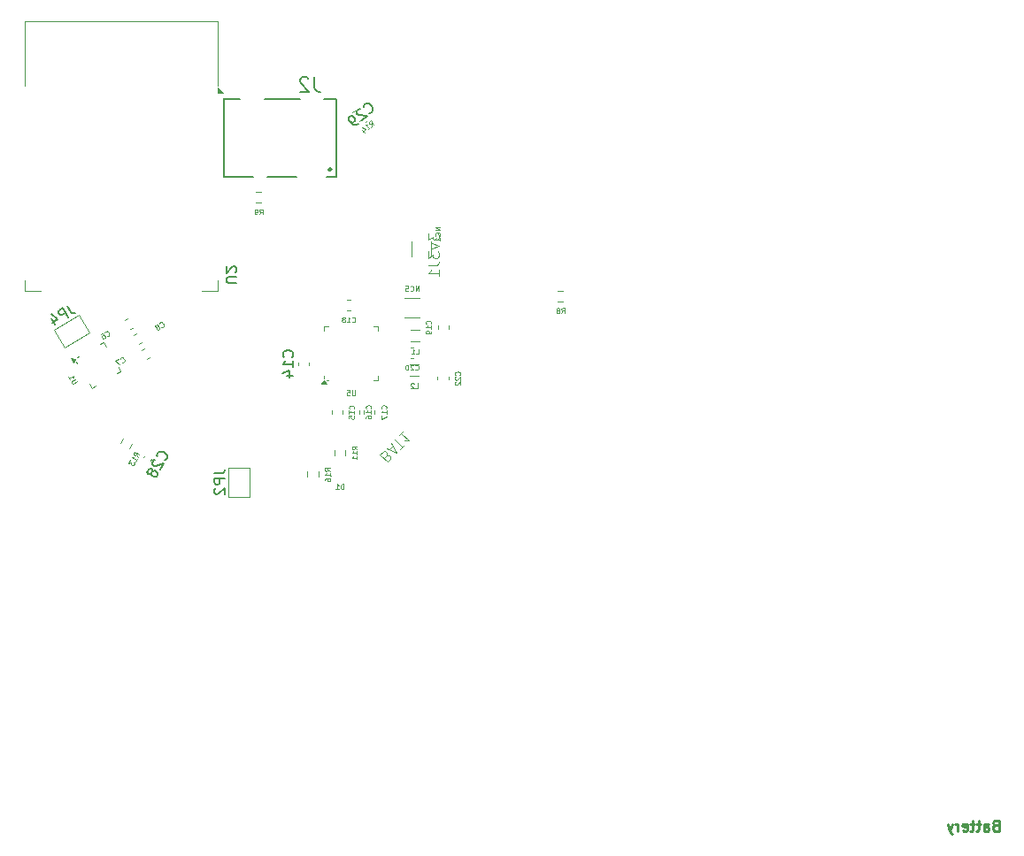
<source format=gbr>
%TF.GenerationSoftware,KiCad,Pcbnew,8.0.5*%
%TF.CreationDate,2025-01-06T18:17:11+01:00*%
%TF.ProjectId,test,74657374-2e6b-4696-9361-645f70636258,rev?*%
%TF.SameCoordinates,Original*%
%TF.FileFunction,Legend,Bot*%
%TF.FilePolarity,Positive*%
%FSLAX46Y46*%
G04 Gerber Fmt 4.6, Leading zero omitted, Abs format (unit mm)*
G04 Created by KiCad (PCBNEW 8.0.5) date 2025-01-06 18:17:11*
%MOMM*%
%LPD*%
G01*
G04 APERTURE LIST*
%ADD10C,0.250000*%
%ADD11C,0.150000*%
%ADD12C,0.125000*%
%ADD13C,0.100000*%
%ADD14C,0.120000*%
%ADD15C,0.127000*%
%ADD16C,0.240000*%
G04 APERTURE END LIST*
D10*
X157597698Y-108590009D02*
X157454841Y-108637628D01*
X157454841Y-108637628D02*
X157407222Y-108685247D01*
X157407222Y-108685247D02*
X157359603Y-108780485D01*
X157359603Y-108780485D02*
X157359603Y-108923342D01*
X157359603Y-108923342D02*
X157407222Y-109018580D01*
X157407222Y-109018580D02*
X157454841Y-109066200D01*
X157454841Y-109066200D02*
X157550079Y-109113819D01*
X157550079Y-109113819D02*
X157931031Y-109113819D01*
X157931031Y-109113819D02*
X157931031Y-108113819D01*
X157931031Y-108113819D02*
X157597698Y-108113819D01*
X157597698Y-108113819D02*
X157502460Y-108161438D01*
X157502460Y-108161438D02*
X157454841Y-108209057D01*
X157454841Y-108209057D02*
X157407222Y-108304295D01*
X157407222Y-108304295D02*
X157407222Y-108399533D01*
X157407222Y-108399533D02*
X157454841Y-108494771D01*
X157454841Y-108494771D02*
X157502460Y-108542390D01*
X157502460Y-108542390D02*
X157597698Y-108590009D01*
X157597698Y-108590009D02*
X157931031Y-108590009D01*
X156502460Y-109113819D02*
X156502460Y-108590009D01*
X156502460Y-108590009D02*
X156550079Y-108494771D01*
X156550079Y-108494771D02*
X156645317Y-108447152D01*
X156645317Y-108447152D02*
X156835793Y-108447152D01*
X156835793Y-108447152D02*
X156931031Y-108494771D01*
X156502460Y-109066200D02*
X156597698Y-109113819D01*
X156597698Y-109113819D02*
X156835793Y-109113819D01*
X156835793Y-109113819D02*
X156931031Y-109066200D01*
X156931031Y-109066200D02*
X156978650Y-108970961D01*
X156978650Y-108970961D02*
X156978650Y-108875723D01*
X156978650Y-108875723D02*
X156931031Y-108780485D01*
X156931031Y-108780485D02*
X156835793Y-108732866D01*
X156835793Y-108732866D02*
X156597698Y-108732866D01*
X156597698Y-108732866D02*
X156502460Y-108685247D01*
X156169126Y-108447152D02*
X155788174Y-108447152D01*
X156026269Y-108113819D02*
X156026269Y-108970961D01*
X156026269Y-108970961D02*
X155978650Y-109066200D01*
X155978650Y-109066200D02*
X155883412Y-109113819D01*
X155883412Y-109113819D02*
X155788174Y-109113819D01*
X155597697Y-108447152D02*
X155216745Y-108447152D01*
X155454840Y-108113819D02*
X155454840Y-108970961D01*
X155454840Y-108970961D02*
X155407221Y-109066200D01*
X155407221Y-109066200D02*
X155311983Y-109113819D01*
X155311983Y-109113819D02*
X155216745Y-109113819D01*
X154502459Y-109066200D02*
X154597697Y-109113819D01*
X154597697Y-109113819D02*
X154788173Y-109113819D01*
X154788173Y-109113819D02*
X154883411Y-109066200D01*
X154883411Y-109066200D02*
X154931030Y-108970961D01*
X154931030Y-108970961D02*
X154931030Y-108590009D01*
X154931030Y-108590009D02*
X154883411Y-108494771D01*
X154883411Y-108494771D02*
X154788173Y-108447152D01*
X154788173Y-108447152D02*
X154597697Y-108447152D01*
X154597697Y-108447152D02*
X154502459Y-108494771D01*
X154502459Y-108494771D02*
X154454840Y-108590009D01*
X154454840Y-108590009D02*
X154454840Y-108685247D01*
X154454840Y-108685247D02*
X154931030Y-108780485D01*
X154026268Y-109113819D02*
X154026268Y-108447152D01*
X154026268Y-108637628D02*
X153978649Y-108542390D01*
X153978649Y-108542390D02*
X153931030Y-108494771D01*
X153931030Y-108494771D02*
X153835792Y-108447152D01*
X153835792Y-108447152D02*
X153740554Y-108447152D01*
X153502458Y-108447152D02*
X153264363Y-109113819D01*
X153026268Y-108447152D02*
X153264363Y-109113819D01*
X153264363Y-109113819D02*
X153359601Y-109351914D01*
X153359601Y-109351914D02*
X153407220Y-109399533D01*
X153407220Y-109399533D02*
X153502458Y-109447152D01*
D11*
X85022680Y-56648904D02*
X84213157Y-56648904D01*
X84213157Y-56648904D02*
X84117919Y-56601285D01*
X84117919Y-56601285D02*
X84070300Y-56553666D01*
X84070300Y-56553666D02*
X84022680Y-56458428D01*
X84022680Y-56458428D02*
X84022680Y-56267952D01*
X84022680Y-56267952D02*
X84070300Y-56172714D01*
X84070300Y-56172714D02*
X84117919Y-56125095D01*
X84117919Y-56125095D02*
X84213157Y-56077476D01*
X84213157Y-56077476D02*
X85022680Y-56077476D01*
X84927442Y-55648904D02*
X84975061Y-55601285D01*
X84975061Y-55601285D02*
X85022680Y-55506047D01*
X85022680Y-55506047D02*
X85022680Y-55267952D01*
X85022680Y-55267952D02*
X84975061Y-55172714D01*
X84975061Y-55172714D02*
X84927442Y-55125095D01*
X84927442Y-55125095D02*
X84832204Y-55077476D01*
X84832204Y-55077476D02*
X84736966Y-55077476D01*
X84736966Y-55077476D02*
X84594109Y-55125095D01*
X84594109Y-55125095D02*
X84022680Y-55696523D01*
X84022680Y-55696523D02*
X84022680Y-55077476D01*
D12*
X97934918Y-41658048D02*
X97909548Y-41368525D01*
X98153788Y-41474394D02*
X97832395Y-41091372D01*
X97832395Y-41091372D02*
X97686481Y-41213808D01*
X97686481Y-41213808D02*
X97665307Y-41262656D01*
X97665307Y-41262656D02*
X97662373Y-41296199D01*
X97662373Y-41296199D02*
X97674743Y-41347982D01*
X97674743Y-41347982D02*
X97720656Y-41402699D01*
X97720656Y-41402699D02*
X97769504Y-41423873D01*
X97769504Y-41423873D02*
X97803048Y-41426808D01*
X97803048Y-41426808D02*
X97854830Y-41414438D01*
X97854830Y-41414438D02*
X98000744Y-41292002D01*
X97570135Y-41964137D02*
X97789005Y-41780483D01*
X97679570Y-41872310D02*
X97358177Y-41489288D01*
X97358177Y-41489288D02*
X97440568Y-41513396D01*
X97440568Y-41513396D02*
X97507655Y-41519266D01*
X97507655Y-41519266D02*
X97559438Y-41506896D01*
X97027568Y-41984269D02*
X97241831Y-42239617D01*
X96996329Y-41761833D02*
X97317091Y-41958898D01*
X97317091Y-41958898D02*
X97079982Y-42157856D01*
D11*
X97675457Y-40390622D02*
X97742544Y-40396491D01*
X97742544Y-40396491D02*
X97882588Y-40341143D01*
X97882588Y-40341143D02*
X97955545Y-40279925D01*
X97955545Y-40279925D02*
X98034371Y-40151620D01*
X98034371Y-40151620D02*
X98046109Y-40017445D01*
X98046109Y-40017445D02*
X98021370Y-39913880D01*
X98021370Y-39913880D02*
X97935412Y-39737358D01*
X97935412Y-39737358D02*
X97843586Y-39627923D01*
X97843586Y-39627923D02*
X97684671Y-39512618D01*
X97684671Y-39512618D02*
X97586975Y-39470271D01*
X97586975Y-39470271D02*
X97452801Y-39458532D01*
X97452801Y-39458532D02*
X97312757Y-39513880D01*
X97312757Y-39513880D02*
X97239800Y-39575098D01*
X97239800Y-39575098D02*
X97160974Y-39703403D01*
X97160974Y-39703403D02*
X97155105Y-39770491D01*
X96863279Y-40015362D02*
X96796191Y-40009493D01*
X96796191Y-40009493D02*
X96692626Y-40034232D01*
X96692626Y-40034232D02*
X96510234Y-40187277D01*
X96510234Y-40187277D02*
X96467887Y-40284973D01*
X96467887Y-40284973D02*
X96462017Y-40352060D01*
X96462017Y-40352060D02*
X96486757Y-40455626D01*
X96486757Y-40455626D02*
X96547975Y-40528583D01*
X96547975Y-40528583D02*
X96676280Y-40607409D01*
X96676280Y-40607409D02*
X97481327Y-40677841D01*
X97481327Y-40677841D02*
X97007109Y-41075757D01*
X96642325Y-41381847D02*
X96496412Y-41504282D01*
X96496412Y-41504282D02*
X96392847Y-41529022D01*
X96392847Y-41529022D02*
X96325759Y-41523152D01*
X96325759Y-41523152D02*
X96160976Y-41474935D01*
X96160976Y-41474935D02*
X96002062Y-41359631D01*
X96002062Y-41359631D02*
X95757191Y-41067805D01*
X95757191Y-41067805D02*
X95732451Y-40964239D01*
X95732451Y-40964239D02*
X95738320Y-40897152D01*
X95738320Y-40897152D02*
X95780668Y-40799456D01*
X95780668Y-40799456D02*
X95926581Y-40677020D01*
X95926581Y-40677020D02*
X96030147Y-40652280D01*
X96030147Y-40652280D02*
X96097234Y-40658150D01*
X96097234Y-40658150D02*
X96194930Y-40700497D01*
X96194930Y-40700497D02*
X96347975Y-40882889D01*
X96347975Y-40882889D02*
X96372714Y-40986455D01*
X96372714Y-40986455D02*
X96366845Y-41053542D01*
X96366845Y-41053542D02*
X96324497Y-41151238D01*
X96324497Y-41151238D02*
X96178584Y-41273674D01*
X96178584Y-41273674D02*
X96075019Y-41298413D01*
X96075019Y-41298413D02*
X96007931Y-41292544D01*
X96007931Y-41292544D02*
X95910235Y-41250196D01*
D12*
X102438452Y-57441809D02*
X102438452Y-56941809D01*
X102438452Y-56941809D02*
X102152738Y-57441809D01*
X102152738Y-57441809D02*
X102152738Y-56941809D01*
X101628928Y-57394190D02*
X101652737Y-57418000D01*
X101652737Y-57418000D02*
X101724166Y-57441809D01*
X101724166Y-57441809D02*
X101771785Y-57441809D01*
X101771785Y-57441809D02*
X101843213Y-57418000D01*
X101843213Y-57418000D02*
X101890832Y-57370380D01*
X101890832Y-57370380D02*
X101914642Y-57322761D01*
X101914642Y-57322761D02*
X101938451Y-57227523D01*
X101938451Y-57227523D02*
X101938451Y-57156095D01*
X101938451Y-57156095D02*
X101914642Y-57060857D01*
X101914642Y-57060857D02*
X101890832Y-57013238D01*
X101890832Y-57013238D02*
X101843213Y-56965619D01*
X101843213Y-56965619D02*
X101771785Y-56941809D01*
X101771785Y-56941809D02*
X101724166Y-56941809D01*
X101724166Y-56941809D02*
X101652737Y-56965619D01*
X101652737Y-56965619D02*
X101628928Y-56989428D01*
X101176547Y-56941809D02*
X101414642Y-56941809D01*
X101414642Y-56941809D02*
X101438451Y-57179904D01*
X101438451Y-57179904D02*
X101414642Y-57156095D01*
X101414642Y-57156095D02*
X101367023Y-57132285D01*
X101367023Y-57132285D02*
X101247975Y-57132285D01*
X101247975Y-57132285D02*
X101200356Y-57156095D01*
X101200356Y-57156095D02*
X101176547Y-57179904D01*
X101176547Y-57179904D02*
X101152737Y-57227523D01*
X101152737Y-57227523D02*
X101152737Y-57346571D01*
X101152737Y-57346571D02*
X101176547Y-57394190D01*
X101176547Y-57394190D02*
X101200356Y-57418000D01*
X101200356Y-57418000D02*
X101247975Y-57441809D01*
X101247975Y-57441809D02*
X101367023Y-57441809D01*
X101367023Y-57441809D02*
X101414642Y-57418000D01*
X101414642Y-57418000D02*
X101438451Y-57394190D01*
X95266547Y-76419309D02*
X95266547Y-75919309D01*
X95266547Y-75919309D02*
X95147499Y-75919309D01*
X95147499Y-75919309D02*
X95076071Y-75943119D01*
X95076071Y-75943119D02*
X95028452Y-75990738D01*
X95028452Y-75990738D02*
X95004642Y-76038357D01*
X95004642Y-76038357D02*
X94980833Y-76133595D01*
X94980833Y-76133595D02*
X94980833Y-76205023D01*
X94980833Y-76205023D02*
X95004642Y-76300261D01*
X95004642Y-76300261D02*
X95028452Y-76347880D01*
X95028452Y-76347880D02*
X95076071Y-76395500D01*
X95076071Y-76395500D02*
X95147499Y-76419309D01*
X95147499Y-76419309D02*
X95266547Y-76419309D01*
X94504642Y-76419309D02*
X94790356Y-76419309D01*
X94647499Y-76419309D02*
X94647499Y-75919309D01*
X94647499Y-75919309D02*
X94695118Y-75990738D01*
X94695118Y-75990738D02*
X94742737Y-76038357D01*
X94742737Y-76038357D02*
X94790356Y-76062166D01*
D11*
X92474992Y-36935534D02*
X92474992Y-37937306D01*
X92474992Y-37937306D02*
X92541777Y-38137660D01*
X92541777Y-38137660D02*
X92675346Y-38271230D01*
X92675346Y-38271230D02*
X92875701Y-38338014D01*
X92875701Y-38338014D02*
X93009270Y-38338014D01*
X91873929Y-37069104D02*
X91807145Y-37002319D01*
X91807145Y-37002319D02*
X91673575Y-36935534D01*
X91673575Y-36935534D02*
X91339651Y-36935534D01*
X91339651Y-36935534D02*
X91206082Y-37002319D01*
X91206082Y-37002319D02*
X91139297Y-37069104D01*
X91139297Y-37069104D02*
X91072512Y-37202673D01*
X91072512Y-37202673D02*
X91072512Y-37336243D01*
X91072512Y-37336243D02*
X91139297Y-37536597D01*
X91139297Y-37536597D02*
X91940714Y-38338014D01*
X91940714Y-38338014D02*
X91072512Y-38338014D01*
D12*
X103574690Y-60575571D02*
X103598500Y-60551762D01*
X103598500Y-60551762D02*
X103622309Y-60480333D01*
X103622309Y-60480333D02*
X103622309Y-60432714D01*
X103622309Y-60432714D02*
X103598500Y-60361286D01*
X103598500Y-60361286D02*
X103550880Y-60313667D01*
X103550880Y-60313667D02*
X103503261Y-60289857D01*
X103503261Y-60289857D02*
X103408023Y-60266048D01*
X103408023Y-60266048D02*
X103336595Y-60266048D01*
X103336595Y-60266048D02*
X103241357Y-60289857D01*
X103241357Y-60289857D02*
X103193738Y-60313667D01*
X103193738Y-60313667D02*
X103146119Y-60361286D01*
X103146119Y-60361286D02*
X103122309Y-60432714D01*
X103122309Y-60432714D02*
X103122309Y-60480333D01*
X103122309Y-60480333D02*
X103146119Y-60551762D01*
X103146119Y-60551762D02*
X103169928Y-60575571D01*
X103622309Y-61051762D02*
X103622309Y-60766048D01*
X103622309Y-60908905D02*
X103122309Y-60908905D01*
X103122309Y-60908905D02*
X103193738Y-60861286D01*
X103193738Y-60861286D02*
X103241357Y-60813667D01*
X103241357Y-60813667D02*
X103265166Y-60766048D01*
X103622309Y-61289857D02*
X103622309Y-61385095D01*
X103622309Y-61385095D02*
X103598500Y-61432714D01*
X103598500Y-61432714D02*
X103574690Y-61456523D01*
X103574690Y-61456523D02*
X103503261Y-61504142D01*
X103503261Y-61504142D02*
X103408023Y-61527952D01*
X103408023Y-61527952D02*
X103217547Y-61527952D01*
X103217547Y-61527952D02*
X103169928Y-61504142D01*
X103169928Y-61504142D02*
X103146119Y-61480333D01*
X103146119Y-61480333D02*
X103122309Y-61432714D01*
X103122309Y-61432714D02*
X103122309Y-61337476D01*
X103122309Y-61337476D02*
X103146119Y-61289857D01*
X103146119Y-61289857D02*
X103169928Y-61266047D01*
X103169928Y-61266047D02*
X103217547Y-61242238D01*
X103217547Y-61242238D02*
X103336595Y-61242238D01*
X103336595Y-61242238D02*
X103384214Y-61266047D01*
X103384214Y-61266047D02*
X103408023Y-61289857D01*
X103408023Y-61289857D02*
X103431833Y-61337476D01*
X103431833Y-61337476D02*
X103431833Y-61432714D01*
X103431833Y-61432714D02*
X103408023Y-61480333D01*
X103408023Y-61480333D02*
X103384214Y-61504142D01*
X103384214Y-61504142D02*
X103336595Y-61527952D01*
D13*
X103368119Y-51931781D02*
X103368119Y-52550828D01*
X103368119Y-52550828D02*
X103749071Y-52217495D01*
X103749071Y-52217495D02*
X103749071Y-52360352D01*
X103749071Y-52360352D02*
X103796690Y-52455590D01*
X103796690Y-52455590D02*
X103844309Y-52503209D01*
X103844309Y-52503209D02*
X103939547Y-52550828D01*
X103939547Y-52550828D02*
X104177642Y-52550828D01*
X104177642Y-52550828D02*
X104272880Y-52503209D01*
X104272880Y-52503209D02*
X104320500Y-52455590D01*
X104320500Y-52455590D02*
X104368119Y-52360352D01*
X104368119Y-52360352D02*
X104368119Y-52074638D01*
X104368119Y-52074638D02*
X104320500Y-51979400D01*
X104320500Y-51979400D02*
X104272880Y-51931781D01*
X103701452Y-52884162D02*
X104368119Y-53122257D01*
X104368119Y-53122257D02*
X103701452Y-53360352D01*
X103368119Y-53646067D02*
X103368119Y-54265114D01*
X103368119Y-54265114D02*
X103749071Y-53931781D01*
X103749071Y-53931781D02*
X103749071Y-54074638D01*
X103749071Y-54074638D02*
X103796690Y-54169876D01*
X103796690Y-54169876D02*
X103844309Y-54217495D01*
X103844309Y-54217495D02*
X103939547Y-54265114D01*
X103939547Y-54265114D02*
X104177642Y-54265114D01*
X104177642Y-54265114D02*
X104272880Y-54217495D01*
X104272880Y-54217495D02*
X104320500Y-54169876D01*
X104320500Y-54169876D02*
X104368119Y-54074638D01*
X104368119Y-54074638D02*
X104368119Y-53788924D01*
X104368119Y-53788924D02*
X104320500Y-53693686D01*
X104320500Y-53693686D02*
X104272880Y-53646067D01*
X103368119Y-54979400D02*
X104082404Y-54979400D01*
X104082404Y-54979400D02*
X104225261Y-54931781D01*
X104225261Y-54931781D02*
X104320500Y-54836543D01*
X104320500Y-54836543D02*
X104368119Y-54693686D01*
X104368119Y-54693686D02*
X104368119Y-54598448D01*
X104368119Y-55979400D02*
X104368119Y-55407972D01*
X104368119Y-55693686D02*
X103368119Y-55693686D01*
X103368119Y-55693686D02*
X103510976Y-55598448D01*
X103510976Y-55598448D02*
X103606214Y-55503210D01*
X103606214Y-55503210D02*
X103653833Y-55407972D01*
D11*
X82872319Y-74893666D02*
X83586604Y-74893666D01*
X83586604Y-74893666D02*
X83729461Y-74846047D01*
X83729461Y-74846047D02*
X83824700Y-74750809D01*
X83824700Y-74750809D02*
X83872319Y-74607952D01*
X83872319Y-74607952D02*
X83872319Y-74512714D01*
X83872319Y-75369857D02*
X82872319Y-75369857D01*
X82872319Y-75369857D02*
X82872319Y-75750809D01*
X82872319Y-75750809D02*
X82919938Y-75846047D01*
X82919938Y-75846047D02*
X82967557Y-75893666D01*
X82967557Y-75893666D02*
X83062795Y-75941285D01*
X83062795Y-75941285D02*
X83205652Y-75941285D01*
X83205652Y-75941285D02*
X83300890Y-75893666D01*
X83300890Y-75893666D02*
X83348509Y-75846047D01*
X83348509Y-75846047D02*
X83396128Y-75750809D01*
X83396128Y-75750809D02*
X83396128Y-75369857D01*
X82967557Y-76322238D02*
X82919938Y-76369857D01*
X82919938Y-76369857D02*
X82872319Y-76465095D01*
X82872319Y-76465095D02*
X82872319Y-76703190D01*
X82872319Y-76703190D02*
X82919938Y-76798428D01*
X82919938Y-76798428D02*
X82967557Y-76846047D01*
X82967557Y-76846047D02*
X83062795Y-76893666D01*
X83062795Y-76893666D02*
X83158033Y-76893666D01*
X83158033Y-76893666D02*
X83300890Y-76846047D01*
X83300890Y-76846047D02*
X83872319Y-76274619D01*
X83872319Y-76274619D02*
X83872319Y-76893666D01*
D12*
X93982309Y-74665571D02*
X93744214Y-74498905D01*
X93982309Y-74379857D02*
X93482309Y-74379857D01*
X93482309Y-74379857D02*
X93482309Y-74570333D01*
X93482309Y-74570333D02*
X93506119Y-74617952D01*
X93506119Y-74617952D02*
X93529928Y-74641762D01*
X93529928Y-74641762D02*
X93577547Y-74665571D01*
X93577547Y-74665571D02*
X93648976Y-74665571D01*
X93648976Y-74665571D02*
X93696595Y-74641762D01*
X93696595Y-74641762D02*
X93720404Y-74617952D01*
X93720404Y-74617952D02*
X93744214Y-74570333D01*
X93744214Y-74570333D02*
X93744214Y-74379857D01*
X93982309Y-75141762D02*
X93982309Y-74856048D01*
X93982309Y-74998905D02*
X93482309Y-74998905D01*
X93482309Y-74998905D02*
X93553738Y-74951286D01*
X93553738Y-74951286D02*
X93601357Y-74903667D01*
X93601357Y-74903667D02*
X93625166Y-74856048D01*
X93482309Y-75570333D02*
X93482309Y-75475095D01*
X93482309Y-75475095D02*
X93506119Y-75427476D01*
X93506119Y-75427476D02*
X93529928Y-75403666D01*
X93529928Y-75403666D02*
X93601357Y-75356047D01*
X93601357Y-75356047D02*
X93696595Y-75332238D01*
X93696595Y-75332238D02*
X93887071Y-75332238D01*
X93887071Y-75332238D02*
X93934690Y-75356047D01*
X93934690Y-75356047D02*
X93958500Y-75379857D01*
X93958500Y-75379857D02*
X93982309Y-75427476D01*
X93982309Y-75427476D02*
X93982309Y-75522714D01*
X93982309Y-75522714D02*
X93958500Y-75570333D01*
X93958500Y-75570333D02*
X93934690Y-75594142D01*
X93934690Y-75594142D02*
X93887071Y-75617952D01*
X93887071Y-75617952D02*
X93768023Y-75617952D01*
X93768023Y-75617952D02*
X93720404Y-75594142D01*
X93720404Y-75594142D02*
X93696595Y-75570333D01*
X93696595Y-75570333D02*
X93672785Y-75522714D01*
X93672785Y-75522714D02*
X93672785Y-75427476D01*
X93672785Y-75427476D02*
X93696595Y-75379857D01*
X93696595Y-75379857D02*
X93720404Y-75356047D01*
X93720404Y-75356047D02*
X93768023Y-75332238D01*
D11*
X68784466Y-58826846D02*
X69141609Y-59445436D01*
X69141609Y-59445436D02*
X69254277Y-59545344D01*
X69254277Y-59545344D02*
X69384374Y-59580204D01*
X69384374Y-59580204D02*
X69531902Y-59550014D01*
X69531902Y-59550014D02*
X69614380Y-59502395D01*
X68872073Y-59930967D02*
X68372073Y-59064942D01*
X68372073Y-59064942D02*
X68042158Y-59255418D01*
X68042158Y-59255418D02*
X67983489Y-59344276D01*
X67983489Y-59344276D02*
X67966059Y-59409325D01*
X67966059Y-59409325D02*
X67972439Y-59515613D01*
X67972439Y-59515613D02*
X68043868Y-59639331D01*
X68043868Y-59639331D02*
X68132726Y-59698000D01*
X68132726Y-59698000D02*
X68197775Y-59715430D01*
X68197775Y-59715430D02*
X68304063Y-59709050D01*
X68304063Y-59709050D02*
X68633977Y-59518574D01*
X67301560Y-60067902D02*
X67634894Y-60645253D01*
X67317281Y-59618940D02*
X67880620Y-60118482D01*
X67880620Y-60118482D02*
X67344509Y-60428006D01*
D12*
X97844690Y-68695571D02*
X97868500Y-68671762D01*
X97868500Y-68671762D02*
X97892309Y-68600333D01*
X97892309Y-68600333D02*
X97892309Y-68552714D01*
X97892309Y-68552714D02*
X97868500Y-68481286D01*
X97868500Y-68481286D02*
X97820880Y-68433667D01*
X97820880Y-68433667D02*
X97773261Y-68409857D01*
X97773261Y-68409857D02*
X97678023Y-68386048D01*
X97678023Y-68386048D02*
X97606595Y-68386048D01*
X97606595Y-68386048D02*
X97511357Y-68409857D01*
X97511357Y-68409857D02*
X97463738Y-68433667D01*
X97463738Y-68433667D02*
X97416119Y-68481286D01*
X97416119Y-68481286D02*
X97392309Y-68552714D01*
X97392309Y-68552714D02*
X97392309Y-68600333D01*
X97392309Y-68600333D02*
X97416119Y-68671762D01*
X97416119Y-68671762D02*
X97439928Y-68695571D01*
X97892309Y-69171762D02*
X97892309Y-68886048D01*
X97892309Y-69028905D02*
X97392309Y-69028905D01*
X97392309Y-69028905D02*
X97463738Y-68981286D01*
X97463738Y-68981286D02*
X97511357Y-68933667D01*
X97511357Y-68933667D02*
X97535166Y-68886048D01*
X97392309Y-69600333D02*
X97392309Y-69505095D01*
X97392309Y-69505095D02*
X97416119Y-69457476D01*
X97416119Y-69457476D02*
X97439928Y-69433666D01*
X97439928Y-69433666D02*
X97511357Y-69386047D01*
X97511357Y-69386047D02*
X97606595Y-69362238D01*
X97606595Y-69362238D02*
X97797071Y-69362238D01*
X97797071Y-69362238D02*
X97844690Y-69386047D01*
X97844690Y-69386047D02*
X97868500Y-69409857D01*
X97868500Y-69409857D02*
X97892309Y-69457476D01*
X97892309Y-69457476D02*
X97892309Y-69552714D01*
X97892309Y-69552714D02*
X97868500Y-69600333D01*
X97868500Y-69600333D02*
X97844690Y-69624142D01*
X97844690Y-69624142D02*
X97797071Y-69647952D01*
X97797071Y-69647952D02*
X97678023Y-69647952D01*
X97678023Y-69647952D02*
X97630404Y-69624142D01*
X97630404Y-69624142D02*
X97606595Y-69600333D01*
X97606595Y-69600333D02*
X97582785Y-69552714D01*
X97582785Y-69552714D02*
X97582785Y-69457476D01*
X97582785Y-69457476D02*
X97606595Y-69409857D01*
X97606595Y-69409857D02*
X97630404Y-69386047D01*
X97630404Y-69386047D02*
X97678023Y-69362238D01*
X96542309Y-72593071D02*
X96304214Y-72426405D01*
X96542309Y-72307357D02*
X96042309Y-72307357D01*
X96042309Y-72307357D02*
X96042309Y-72497833D01*
X96042309Y-72497833D02*
X96066119Y-72545452D01*
X96066119Y-72545452D02*
X96089928Y-72569262D01*
X96089928Y-72569262D02*
X96137547Y-72593071D01*
X96137547Y-72593071D02*
X96208976Y-72593071D01*
X96208976Y-72593071D02*
X96256595Y-72569262D01*
X96256595Y-72569262D02*
X96280404Y-72545452D01*
X96280404Y-72545452D02*
X96304214Y-72497833D01*
X96304214Y-72497833D02*
X96304214Y-72307357D01*
X96542309Y-73069262D02*
X96542309Y-72783548D01*
X96542309Y-72926405D02*
X96042309Y-72926405D01*
X96042309Y-72926405D02*
X96113738Y-72878786D01*
X96113738Y-72878786D02*
X96161357Y-72831167D01*
X96161357Y-72831167D02*
X96185166Y-72783548D01*
X96542309Y-73545452D02*
X96542309Y-73259738D01*
X96542309Y-73402595D02*
X96042309Y-73402595D01*
X96042309Y-73402595D02*
X96113738Y-73354976D01*
X96113738Y-73354976D02*
X96161357Y-73307357D01*
X96161357Y-73307357D02*
X96185166Y-73259738D01*
X72616014Y-61738619D02*
X72648539Y-61747334D01*
X72648539Y-61747334D02*
X72722302Y-61732240D01*
X72722302Y-61732240D02*
X72763542Y-61708430D01*
X72763542Y-61708430D02*
X72813496Y-61652096D01*
X72813496Y-61652096D02*
X72830926Y-61587047D01*
X72830926Y-61587047D02*
X72827736Y-61533903D01*
X72827736Y-61533903D02*
X72800736Y-61439520D01*
X72800736Y-61439520D02*
X72765022Y-61377661D01*
X72765022Y-61377661D02*
X72696783Y-61307087D01*
X72696783Y-61307087D02*
X72652354Y-61277753D01*
X72652354Y-61277753D02*
X72587305Y-61260323D01*
X72587305Y-61260323D02*
X72513542Y-61275417D01*
X72513542Y-61275417D02*
X72472302Y-61299227D01*
X72472302Y-61299227D02*
X72422348Y-61355561D01*
X72422348Y-61355561D02*
X72413633Y-61388085D01*
X72018670Y-61561132D02*
X72101149Y-61513513D01*
X72101149Y-61513513D02*
X72154293Y-61510323D01*
X72154293Y-61510323D02*
X72186817Y-61519038D01*
X72186817Y-61519038D02*
X72263771Y-61557087D01*
X72263771Y-61557087D02*
X72332009Y-61627661D01*
X72332009Y-61627661D02*
X72427248Y-61792618D01*
X72427248Y-61792618D02*
X72430437Y-61845762D01*
X72430437Y-61845762D02*
X72421723Y-61878287D01*
X72421723Y-61878287D02*
X72392388Y-61922716D01*
X72392388Y-61922716D02*
X72309909Y-61970335D01*
X72309909Y-61970335D02*
X72256765Y-61973525D01*
X72256765Y-61973525D02*
X72224241Y-61964810D01*
X72224241Y-61964810D02*
X72179812Y-61935475D01*
X72179812Y-61935475D02*
X72120288Y-61832377D01*
X72120288Y-61832377D02*
X72117098Y-61779233D01*
X72117098Y-61779233D02*
X72125813Y-61746709D01*
X72125813Y-61746709D02*
X72155147Y-61702279D01*
X72155147Y-61702279D02*
X72237626Y-61654660D01*
X72237626Y-61654660D02*
X72290770Y-61651471D01*
X72290770Y-61651471D02*
X72323295Y-61660185D01*
X72323295Y-61660185D02*
X72367724Y-61689520D01*
X74075675Y-64260419D02*
X74108200Y-64269134D01*
X74108200Y-64269134D02*
X74181963Y-64254040D01*
X74181963Y-64254040D02*
X74223203Y-64230230D01*
X74223203Y-64230230D02*
X74273157Y-64173896D01*
X74273157Y-64173896D02*
X74290587Y-64108847D01*
X74290587Y-64108847D02*
X74287397Y-64055703D01*
X74287397Y-64055703D02*
X74260397Y-63961320D01*
X74260397Y-63961320D02*
X74224683Y-63899461D01*
X74224683Y-63899461D02*
X74156444Y-63828887D01*
X74156444Y-63828887D02*
X74112015Y-63799553D01*
X74112015Y-63799553D02*
X74046966Y-63782123D01*
X74046966Y-63782123D02*
X73973203Y-63797217D01*
X73973203Y-63797217D02*
X73931963Y-63821027D01*
X73931963Y-63821027D02*
X73882009Y-63877361D01*
X73882009Y-63877361D02*
X73873294Y-63909885D01*
X73705147Y-63951979D02*
X73416472Y-64118646D01*
X73416472Y-64118646D02*
X73852049Y-64444516D01*
D11*
X90347080Y-63744142D02*
X90394700Y-63696523D01*
X90394700Y-63696523D02*
X90442319Y-63553666D01*
X90442319Y-63553666D02*
X90442319Y-63458428D01*
X90442319Y-63458428D02*
X90394700Y-63315571D01*
X90394700Y-63315571D02*
X90299461Y-63220333D01*
X90299461Y-63220333D02*
X90204223Y-63172714D01*
X90204223Y-63172714D02*
X90013747Y-63125095D01*
X90013747Y-63125095D02*
X89870890Y-63125095D01*
X89870890Y-63125095D02*
X89680414Y-63172714D01*
X89680414Y-63172714D02*
X89585176Y-63220333D01*
X89585176Y-63220333D02*
X89489938Y-63315571D01*
X89489938Y-63315571D02*
X89442319Y-63458428D01*
X89442319Y-63458428D02*
X89442319Y-63553666D01*
X89442319Y-63553666D02*
X89489938Y-63696523D01*
X89489938Y-63696523D02*
X89537557Y-63744142D01*
X90442319Y-64696523D02*
X90442319Y-64125095D01*
X90442319Y-64410809D02*
X89442319Y-64410809D01*
X89442319Y-64410809D02*
X89585176Y-64315571D01*
X89585176Y-64315571D02*
X89680414Y-64220333D01*
X89680414Y-64220333D02*
X89728033Y-64125095D01*
X89775652Y-65553666D02*
X90442319Y-65553666D01*
X89394700Y-65315571D02*
X90108985Y-65077476D01*
X90108985Y-65077476D02*
X90108985Y-65696523D01*
D12*
X77827798Y-60886284D02*
X77860323Y-60894999D01*
X77860323Y-60894999D02*
X77934086Y-60879905D01*
X77934086Y-60879905D02*
X77975326Y-60856095D01*
X77975326Y-60856095D02*
X78025280Y-60799761D01*
X78025280Y-60799761D02*
X78042710Y-60734712D01*
X78042710Y-60734712D02*
X78039520Y-60681568D01*
X78039520Y-60681568D02*
X78012520Y-60587185D01*
X78012520Y-60587185D02*
X77976806Y-60525326D01*
X77976806Y-60525326D02*
X77908567Y-60454752D01*
X77908567Y-60454752D02*
X77864138Y-60425418D01*
X77864138Y-60425418D02*
X77799089Y-60407988D01*
X77799089Y-60407988D02*
X77725326Y-60423082D01*
X77725326Y-60423082D02*
X77684086Y-60446892D01*
X77684086Y-60446892D02*
X77634132Y-60503226D01*
X77634132Y-60503226D02*
X77625417Y-60535750D01*
X77461315Y-60822945D02*
X77490649Y-60778516D01*
X77490649Y-60778516D02*
X77499364Y-60745991D01*
X77499364Y-60745991D02*
X77496174Y-60692847D01*
X77496174Y-60692847D02*
X77484270Y-60672228D01*
X77484270Y-60672228D02*
X77439840Y-60642893D01*
X77439840Y-60642893D02*
X77407316Y-60634178D01*
X77407316Y-60634178D02*
X77354172Y-60637368D01*
X77354172Y-60637368D02*
X77271693Y-60684987D01*
X77271693Y-60684987D02*
X77242359Y-60729416D01*
X77242359Y-60729416D02*
X77233644Y-60761941D01*
X77233644Y-60761941D02*
X77236834Y-60815085D01*
X77236834Y-60815085D02*
X77248739Y-60835705D01*
X77248739Y-60835705D02*
X77293168Y-60865039D01*
X77293168Y-60865039D02*
X77325692Y-60873754D01*
X77325692Y-60873754D02*
X77378836Y-60870564D01*
X77378836Y-60870564D02*
X77461315Y-60822945D01*
X77461315Y-60822945D02*
X77514459Y-60819755D01*
X77514459Y-60819755D02*
X77546983Y-60828470D01*
X77546983Y-60828470D02*
X77591413Y-60857805D01*
X77591413Y-60857805D02*
X77639032Y-60940283D01*
X77639032Y-60940283D02*
X77642221Y-60993427D01*
X77642221Y-60993427D02*
X77633507Y-61025952D01*
X77633507Y-61025952D02*
X77604172Y-61070381D01*
X77604172Y-61070381D02*
X77521693Y-61118000D01*
X77521693Y-61118000D02*
X77468549Y-61121190D01*
X77468549Y-61121190D02*
X77436025Y-61112475D01*
X77436025Y-61112475D02*
X77391596Y-61083140D01*
X77391596Y-61083140D02*
X77343977Y-61000662D01*
X77343977Y-61000662D02*
X77340787Y-60947518D01*
X77340787Y-60947518D02*
X77349502Y-60914993D01*
X77349502Y-60914993D02*
X77378836Y-60870564D01*
X69744894Y-66095851D02*
X69394360Y-66298232D01*
X69394360Y-66298232D02*
X69341215Y-66301422D01*
X69341215Y-66301422D02*
X69308691Y-66292707D01*
X69308691Y-66292707D02*
X69264262Y-66263372D01*
X69264262Y-66263372D02*
X69216643Y-66180893D01*
X69216643Y-66180893D02*
X69213453Y-66127749D01*
X69213453Y-66127749D02*
X69222168Y-66095225D01*
X69222168Y-66095225D02*
X69251502Y-66050796D01*
X69251502Y-66050796D02*
X69602036Y-65848415D01*
X68919024Y-65665402D02*
X69061881Y-65912838D01*
X68990452Y-65789120D02*
X69423465Y-65539120D01*
X69423465Y-65539120D02*
X69385415Y-65616073D01*
X69385415Y-65616073D02*
X69367986Y-65681122D01*
X69367986Y-65681122D02*
X69371175Y-65734266D01*
X87203333Y-50091809D02*
X87369999Y-49853714D01*
X87489047Y-50091809D02*
X87489047Y-49591809D01*
X87489047Y-49591809D02*
X87298571Y-49591809D01*
X87298571Y-49591809D02*
X87250952Y-49615619D01*
X87250952Y-49615619D02*
X87227142Y-49639428D01*
X87227142Y-49639428D02*
X87203333Y-49687047D01*
X87203333Y-49687047D02*
X87203333Y-49758476D01*
X87203333Y-49758476D02*
X87227142Y-49806095D01*
X87227142Y-49806095D02*
X87250952Y-49829904D01*
X87250952Y-49829904D02*
X87298571Y-49853714D01*
X87298571Y-49853714D02*
X87489047Y-49853714D01*
X86965237Y-50091809D02*
X86869999Y-50091809D01*
X86869999Y-50091809D02*
X86822380Y-50068000D01*
X86822380Y-50068000D02*
X86798571Y-50044190D01*
X86798571Y-50044190D02*
X86750952Y-49972761D01*
X86750952Y-49972761D02*
X86727142Y-49877523D01*
X86727142Y-49877523D02*
X86727142Y-49687047D01*
X86727142Y-49687047D02*
X86750952Y-49639428D01*
X86750952Y-49639428D02*
X86774761Y-49615619D01*
X86774761Y-49615619D02*
X86822380Y-49591809D01*
X86822380Y-49591809D02*
X86917618Y-49591809D01*
X86917618Y-49591809D02*
X86965237Y-49615619D01*
X86965237Y-49615619D02*
X86989047Y-49639428D01*
X86989047Y-49639428D02*
X87012856Y-49687047D01*
X87012856Y-49687047D02*
X87012856Y-49806095D01*
X87012856Y-49806095D02*
X86989047Y-49853714D01*
X86989047Y-49853714D02*
X86965237Y-49877523D01*
X86965237Y-49877523D02*
X86917618Y-49901333D01*
X86917618Y-49901333D02*
X86822380Y-49901333D01*
X86822380Y-49901333D02*
X86774761Y-49877523D01*
X86774761Y-49877523D02*
X86750952Y-49853714D01*
X86750952Y-49853714D02*
X86727142Y-49806095D01*
X104502309Y-51331047D02*
X104002309Y-51331047D01*
X104002309Y-51331047D02*
X104502309Y-51616761D01*
X104502309Y-51616761D02*
X104002309Y-51616761D01*
X104454690Y-52140571D02*
X104478500Y-52116762D01*
X104478500Y-52116762D02*
X104502309Y-52045333D01*
X104502309Y-52045333D02*
X104502309Y-51997714D01*
X104502309Y-51997714D02*
X104478500Y-51926286D01*
X104478500Y-51926286D02*
X104430880Y-51878667D01*
X104430880Y-51878667D02*
X104383261Y-51854857D01*
X104383261Y-51854857D02*
X104288023Y-51831048D01*
X104288023Y-51831048D02*
X104216595Y-51831048D01*
X104216595Y-51831048D02*
X104121357Y-51854857D01*
X104121357Y-51854857D02*
X104073738Y-51878667D01*
X104073738Y-51878667D02*
X104026119Y-51926286D01*
X104026119Y-51926286D02*
X104002309Y-51997714D01*
X104002309Y-51997714D02*
X104002309Y-52045333D01*
X104002309Y-52045333D02*
X104026119Y-52116762D01*
X104026119Y-52116762D02*
X104049928Y-52140571D01*
X104502309Y-52616762D02*
X104502309Y-52331048D01*
X104502309Y-52473905D02*
X104002309Y-52473905D01*
X104002309Y-52473905D02*
X104073738Y-52426286D01*
X104073738Y-52426286D02*
X104121357Y-52378667D01*
X104121357Y-52378667D02*
X104145166Y-52331048D01*
X96214690Y-68705571D02*
X96238500Y-68681762D01*
X96238500Y-68681762D02*
X96262309Y-68610333D01*
X96262309Y-68610333D02*
X96262309Y-68562714D01*
X96262309Y-68562714D02*
X96238500Y-68491286D01*
X96238500Y-68491286D02*
X96190880Y-68443667D01*
X96190880Y-68443667D02*
X96143261Y-68419857D01*
X96143261Y-68419857D02*
X96048023Y-68396048D01*
X96048023Y-68396048D02*
X95976595Y-68396048D01*
X95976595Y-68396048D02*
X95881357Y-68419857D01*
X95881357Y-68419857D02*
X95833738Y-68443667D01*
X95833738Y-68443667D02*
X95786119Y-68491286D01*
X95786119Y-68491286D02*
X95762309Y-68562714D01*
X95762309Y-68562714D02*
X95762309Y-68610333D01*
X95762309Y-68610333D02*
X95786119Y-68681762D01*
X95786119Y-68681762D02*
X95809928Y-68705571D01*
X96262309Y-69181762D02*
X96262309Y-68896048D01*
X96262309Y-69038905D02*
X95762309Y-69038905D01*
X95762309Y-69038905D02*
X95833738Y-68991286D01*
X95833738Y-68991286D02*
X95881357Y-68943667D01*
X95881357Y-68943667D02*
X95905166Y-68896048D01*
X95762309Y-69634142D02*
X95762309Y-69396047D01*
X95762309Y-69396047D02*
X96000404Y-69372238D01*
X96000404Y-69372238D02*
X95976595Y-69396047D01*
X95976595Y-69396047D02*
X95952785Y-69443666D01*
X95952785Y-69443666D02*
X95952785Y-69562714D01*
X95952785Y-69562714D02*
X95976595Y-69610333D01*
X95976595Y-69610333D02*
X96000404Y-69634142D01*
X96000404Y-69634142D02*
X96048023Y-69657952D01*
X96048023Y-69657952D02*
X96167071Y-69657952D01*
X96167071Y-69657952D02*
X96214690Y-69634142D01*
X96214690Y-69634142D02*
X96238500Y-69610333D01*
X96238500Y-69610333D02*
X96262309Y-69562714D01*
X96262309Y-69562714D02*
X96262309Y-69443666D01*
X96262309Y-69443666D02*
X96238500Y-69396047D01*
X96238500Y-69396047D02*
X96214690Y-69372238D01*
X96348452Y-66921809D02*
X96348452Y-67326571D01*
X96348452Y-67326571D02*
X96324642Y-67374190D01*
X96324642Y-67374190D02*
X96300833Y-67398000D01*
X96300833Y-67398000D02*
X96253214Y-67421809D01*
X96253214Y-67421809D02*
X96157976Y-67421809D01*
X96157976Y-67421809D02*
X96110357Y-67398000D01*
X96110357Y-67398000D02*
X96086547Y-67374190D01*
X96086547Y-67374190D02*
X96062738Y-67326571D01*
X96062738Y-67326571D02*
X96062738Y-66921809D01*
X95586547Y-66921809D02*
X95824642Y-66921809D01*
X95824642Y-66921809D02*
X95848451Y-67159904D01*
X95848451Y-67159904D02*
X95824642Y-67136095D01*
X95824642Y-67136095D02*
X95777023Y-67112285D01*
X95777023Y-67112285D02*
X95657975Y-67112285D01*
X95657975Y-67112285D02*
X95610356Y-67136095D01*
X95610356Y-67136095D02*
X95586547Y-67159904D01*
X95586547Y-67159904D02*
X95562737Y-67207523D01*
X95562737Y-67207523D02*
X95562737Y-67326571D01*
X95562737Y-67326571D02*
X95586547Y-67374190D01*
X95586547Y-67374190D02*
X95610356Y-67398000D01*
X95610356Y-67398000D02*
X95657975Y-67421809D01*
X95657975Y-67421809D02*
X95777023Y-67421809D01*
X95777023Y-67421809D02*
X95824642Y-67398000D01*
X95824642Y-67398000D02*
X95848451Y-67374190D01*
X75571589Y-73319637D02*
X75448726Y-73056252D01*
X75714446Y-73072202D02*
X75281434Y-72822202D01*
X75281434Y-72822202D02*
X75186196Y-72987159D01*
X75186196Y-72987159D02*
X75183006Y-73040303D01*
X75183006Y-73040303D02*
X75191721Y-73072827D01*
X75191721Y-73072827D02*
X75221055Y-73117256D01*
X75221055Y-73117256D02*
X75282914Y-73152971D01*
X75282914Y-73152971D02*
X75336058Y-73156161D01*
X75336058Y-73156161D02*
X75368583Y-73147446D01*
X75368583Y-73147446D02*
X75413012Y-73118111D01*
X75413012Y-73118111D02*
X75508250Y-72953154D01*
X75333494Y-73732030D02*
X75476351Y-73484595D01*
X75404923Y-73608313D02*
X74971910Y-73358313D01*
X74971910Y-73358313D02*
X75057578Y-73352787D01*
X75057578Y-73352787D02*
X75122627Y-73335358D01*
X75122627Y-73335358D02*
X75167056Y-73306023D01*
X74817148Y-73626368D02*
X74662386Y-73894423D01*
X74662386Y-73894423D02*
X74910677Y-73845324D01*
X74910677Y-73845324D02*
X74874963Y-73907183D01*
X74874963Y-73907183D02*
X74871773Y-73960327D01*
X74871773Y-73960327D02*
X74880488Y-73992851D01*
X74880488Y-73992851D02*
X74909822Y-74037280D01*
X74909822Y-74037280D02*
X75012920Y-74096804D01*
X75012920Y-74096804D02*
X75066065Y-74099994D01*
X75066065Y-74099994D02*
X75098589Y-74091279D01*
X75098589Y-74091279D02*
X75143018Y-74061944D01*
X75143018Y-74061944D02*
X75214447Y-73938227D01*
X75214447Y-73938227D02*
X75217637Y-73885082D01*
X75217637Y-73885082D02*
X75208922Y-73852558D01*
X96056428Y-60374190D02*
X96080237Y-60398000D01*
X96080237Y-60398000D02*
X96151666Y-60421809D01*
X96151666Y-60421809D02*
X96199285Y-60421809D01*
X96199285Y-60421809D02*
X96270713Y-60398000D01*
X96270713Y-60398000D02*
X96318332Y-60350380D01*
X96318332Y-60350380D02*
X96342142Y-60302761D01*
X96342142Y-60302761D02*
X96365951Y-60207523D01*
X96365951Y-60207523D02*
X96365951Y-60136095D01*
X96365951Y-60136095D02*
X96342142Y-60040857D01*
X96342142Y-60040857D02*
X96318332Y-59993238D01*
X96318332Y-59993238D02*
X96270713Y-59945619D01*
X96270713Y-59945619D02*
X96199285Y-59921809D01*
X96199285Y-59921809D02*
X96151666Y-59921809D01*
X96151666Y-59921809D02*
X96080237Y-59945619D01*
X96080237Y-59945619D02*
X96056428Y-59969428D01*
X95580237Y-60421809D02*
X95865951Y-60421809D01*
X95723094Y-60421809D02*
X95723094Y-59921809D01*
X95723094Y-59921809D02*
X95770713Y-59993238D01*
X95770713Y-59993238D02*
X95818332Y-60040857D01*
X95818332Y-60040857D02*
X95865951Y-60064666D01*
X95294523Y-60136095D02*
X95342142Y-60112285D01*
X95342142Y-60112285D02*
X95365952Y-60088476D01*
X95365952Y-60088476D02*
X95389761Y-60040857D01*
X95389761Y-60040857D02*
X95389761Y-60017047D01*
X95389761Y-60017047D02*
X95365952Y-59969428D01*
X95365952Y-59969428D02*
X95342142Y-59945619D01*
X95342142Y-59945619D02*
X95294523Y-59921809D01*
X95294523Y-59921809D02*
X95199285Y-59921809D01*
X95199285Y-59921809D02*
X95151666Y-59945619D01*
X95151666Y-59945619D02*
X95127857Y-59969428D01*
X95127857Y-59969428D02*
X95104047Y-60017047D01*
X95104047Y-60017047D02*
X95104047Y-60040857D01*
X95104047Y-60040857D02*
X95127857Y-60088476D01*
X95127857Y-60088476D02*
X95151666Y-60112285D01*
X95151666Y-60112285D02*
X95199285Y-60136095D01*
X95199285Y-60136095D02*
X95294523Y-60136095D01*
X95294523Y-60136095D02*
X95342142Y-60159904D01*
X95342142Y-60159904D02*
X95365952Y-60183714D01*
X95365952Y-60183714D02*
X95389761Y-60231333D01*
X95389761Y-60231333D02*
X95389761Y-60326571D01*
X95389761Y-60326571D02*
X95365952Y-60374190D01*
X95365952Y-60374190D02*
X95342142Y-60398000D01*
X95342142Y-60398000D02*
X95294523Y-60421809D01*
X95294523Y-60421809D02*
X95199285Y-60421809D01*
X95199285Y-60421809D02*
X95151666Y-60398000D01*
X95151666Y-60398000D02*
X95127857Y-60374190D01*
X95127857Y-60374190D02*
X95104047Y-60326571D01*
X95104047Y-60326571D02*
X95104047Y-60231333D01*
X95104047Y-60231333D02*
X95127857Y-60183714D01*
X95127857Y-60183714D02*
X95151666Y-60159904D01*
X95151666Y-60159904D02*
X95199285Y-60136095D01*
X106364690Y-65455571D02*
X106388500Y-65431762D01*
X106388500Y-65431762D02*
X106412309Y-65360333D01*
X106412309Y-65360333D02*
X106412309Y-65312714D01*
X106412309Y-65312714D02*
X106388500Y-65241286D01*
X106388500Y-65241286D02*
X106340880Y-65193667D01*
X106340880Y-65193667D02*
X106293261Y-65169857D01*
X106293261Y-65169857D02*
X106198023Y-65146048D01*
X106198023Y-65146048D02*
X106126595Y-65146048D01*
X106126595Y-65146048D02*
X106031357Y-65169857D01*
X106031357Y-65169857D02*
X105983738Y-65193667D01*
X105983738Y-65193667D02*
X105936119Y-65241286D01*
X105936119Y-65241286D02*
X105912309Y-65312714D01*
X105912309Y-65312714D02*
X105912309Y-65360333D01*
X105912309Y-65360333D02*
X105936119Y-65431762D01*
X105936119Y-65431762D02*
X105959928Y-65455571D01*
X105959928Y-65646048D02*
X105936119Y-65669857D01*
X105936119Y-65669857D02*
X105912309Y-65717476D01*
X105912309Y-65717476D02*
X105912309Y-65836524D01*
X105912309Y-65836524D02*
X105936119Y-65884143D01*
X105936119Y-65884143D02*
X105959928Y-65907952D01*
X105959928Y-65907952D02*
X106007547Y-65931762D01*
X106007547Y-65931762D02*
X106055166Y-65931762D01*
X106055166Y-65931762D02*
X106126595Y-65907952D01*
X106126595Y-65907952D02*
X106412309Y-65622238D01*
X106412309Y-65622238D02*
X106412309Y-65931762D01*
X105959928Y-66122238D02*
X105936119Y-66146047D01*
X105936119Y-66146047D02*
X105912309Y-66193666D01*
X105912309Y-66193666D02*
X105912309Y-66312714D01*
X105912309Y-66312714D02*
X105936119Y-66360333D01*
X105936119Y-66360333D02*
X105959928Y-66384142D01*
X105959928Y-66384142D02*
X106007547Y-66407952D01*
X106007547Y-66407952D02*
X106055166Y-66407952D01*
X106055166Y-66407952D02*
X106126595Y-66384142D01*
X106126595Y-66384142D02*
X106412309Y-66098428D01*
X106412309Y-66098428D02*
X106412309Y-66407952D01*
X116100833Y-59561809D02*
X116267499Y-59323714D01*
X116386547Y-59561809D02*
X116386547Y-59061809D01*
X116386547Y-59061809D02*
X116196071Y-59061809D01*
X116196071Y-59061809D02*
X116148452Y-59085619D01*
X116148452Y-59085619D02*
X116124642Y-59109428D01*
X116124642Y-59109428D02*
X116100833Y-59157047D01*
X116100833Y-59157047D02*
X116100833Y-59228476D01*
X116100833Y-59228476D02*
X116124642Y-59276095D01*
X116124642Y-59276095D02*
X116148452Y-59299904D01*
X116148452Y-59299904D02*
X116196071Y-59323714D01*
X116196071Y-59323714D02*
X116386547Y-59323714D01*
X115815118Y-59276095D02*
X115862737Y-59252285D01*
X115862737Y-59252285D02*
X115886547Y-59228476D01*
X115886547Y-59228476D02*
X115910356Y-59180857D01*
X115910356Y-59180857D02*
X115910356Y-59157047D01*
X115910356Y-59157047D02*
X115886547Y-59109428D01*
X115886547Y-59109428D02*
X115862737Y-59085619D01*
X115862737Y-59085619D02*
X115815118Y-59061809D01*
X115815118Y-59061809D02*
X115719880Y-59061809D01*
X115719880Y-59061809D02*
X115672261Y-59085619D01*
X115672261Y-59085619D02*
X115648452Y-59109428D01*
X115648452Y-59109428D02*
X115624642Y-59157047D01*
X115624642Y-59157047D02*
X115624642Y-59180857D01*
X115624642Y-59180857D02*
X115648452Y-59228476D01*
X115648452Y-59228476D02*
X115672261Y-59252285D01*
X115672261Y-59252285D02*
X115719880Y-59276095D01*
X115719880Y-59276095D02*
X115815118Y-59276095D01*
X115815118Y-59276095D02*
X115862737Y-59299904D01*
X115862737Y-59299904D02*
X115886547Y-59323714D01*
X115886547Y-59323714D02*
X115910356Y-59371333D01*
X115910356Y-59371333D02*
X115910356Y-59466571D01*
X115910356Y-59466571D02*
X115886547Y-59514190D01*
X115886547Y-59514190D02*
X115862737Y-59538000D01*
X115862737Y-59538000D02*
X115815118Y-59561809D01*
X115815118Y-59561809D02*
X115719880Y-59561809D01*
X115719880Y-59561809D02*
X115672261Y-59538000D01*
X115672261Y-59538000D02*
X115648452Y-59514190D01*
X115648452Y-59514190D02*
X115624642Y-59466571D01*
X115624642Y-59466571D02*
X115624642Y-59371333D01*
X115624642Y-59371333D02*
X115648452Y-59323714D01*
X115648452Y-59323714D02*
X115672261Y-59299904D01*
X115672261Y-59299904D02*
X115719880Y-59276095D01*
D11*
X78124923Y-73630059D02*
X78189972Y-73612630D01*
X78189972Y-73612630D02*
X78302640Y-73512721D01*
X78302640Y-73512721D02*
X78350259Y-73430243D01*
X78350259Y-73430243D02*
X78380448Y-73282715D01*
X78380448Y-73282715D02*
X78345589Y-73152617D01*
X78345589Y-73152617D02*
X78286920Y-73063759D01*
X78286920Y-73063759D02*
X78145772Y-72927282D01*
X78145772Y-72927282D02*
X78022054Y-72855853D01*
X78022054Y-72855853D02*
X77833287Y-72801854D01*
X77833287Y-72801854D02*
X77726999Y-72795475D01*
X77726999Y-72795475D02*
X77596902Y-72830334D01*
X77596902Y-72830334D02*
X77484234Y-72930243D01*
X77484234Y-72930243D02*
X77436615Y-73012721D01*
X77436615Y-73012721D02*
X77406425Y-73160249D01*
X77406425Y-73160249D02*
X77423855Y-73225297D01*
X77233379Y-73555212D02*
X77168330Y-73572642D01*
X77168330Y-73572642D02*
X77079472Y-73631311D01*
X77079472Y-73631311D02*
X76960424Y-73837507D01*
X76960424Y-73837507D02*
X76954044Y-73943795D01*
X76954044Y-73943795D02*
X76971474Y-74008844D01*
X76971474Y-74008844D02*
X77030143Y-74097703D01*
X77030143Y-74097703D02*
X77112622Y-74145322D01*
X77112622Y-74145322D02*
X77260149Y-74175511D01*
X77260149Y-74175511D02*
X78040735Y-73966354D01*
X78040735Y-73966354D02*
X77731211Y-74502464D01*
X76950625Y-74711622D02*
X76957005Y-74605334D01*
X76957005Y-74605334D02*
X76939575Y-74540285D01*
X76939575Y-74540285D02*
X76880906Y-74451427D01*
X76880906Y-74451427D02*
X76839667Y-74427617D01*
X76839667Y-74427617D02*
X76733379Y-74421237D01*
X76733379Y-74421237D02*
X76668330Y-74438667D01*
X76668330Y-74438667D02*
X76579472Y-74497336D01*
X76579472Y-74497336D02*
X76484234Y-74662293D01*
X76484234Y-74662293D02*
X76477854Y-74768582D01*
X76477854Y-74768582D02*
X76495284Y-74833630D01*
X76495284Y-74833630D02*
X76553953Y-74922489D01*
X76553953Y-74922489D02*
X76595192Y-74946298D01*
X76595192Y-74946298D02*
X76701480Y-74952678D01*
X76701480Y-74952678D02*
X76766529Y-74935248D01*
X76766529Y-74935248D02*
X76855387Y-74876579D01*
X76855387Y-74876579D02*
X76950625Y-74711622D01*
X76950625Y-74711622D02*
X77039484Y-74652953D01*
X77039484Y-74652953D02*
X77104533Y-74635523D01*
X77104533Y-74635523D02*
X77210821Y-74641903D01*
X77210821Y-74641903D02*
X77375778Y-74737141D01*
X77375778Y-74737141D02*
X77434447Y-74825999D01*
X77434447Y-74825999D02*
X77451877Y-74891048D01*
X77451877Y-74891048D02*
X77445497Y-74997336D01*
X77445497Y-74997336D02*
X77350259Y-75162293D01*
X77350259Y-75162293D02*
X77261401Y-75220962D01*
X77261401Y-75220962D02*
X77196352Y-75238392D01*
X77196352Y-75238392D02*
X77090064Y-75232013D01*
X77090064Y-75232013D02*
X76925107Y-75136774D01*
X76925107Y-75136774D02*
X76866437Y-75047916D01*
X76866437Y-75047916D02*
X76849008Y-74982867D01*
X76849008Y-74982867D02*
X76855387Y-74876579D01*
D12*
X102180833Y-63471809D02*
X102418928Y-63471809D01*
X102418928Y-63471809D02*
X102418928Y-62971809D01*
X101752261Y-63471809D02*
X102037975Y-63471809D01*
X101895118Y-63471809D02*
X101895118Y-62971809D01*
X101895118Y-62971809D02*
X101942737Y-63043238D01*
X101942737Y-63043238D02*
X101990356Y-63090857D01*
X101990356Y-63090857D02*
X102037975Y-63114666D01*
X99314690Y-68693071D02*
X99338500Y-68669262D01*
X99338500Y-68669262D02*
X99362309Y-68597833D01*
X99362309Y-68597833D02*
X99362309Y-68550214D01*
X99362309Y-68550214D02*
X99338500Y-68478786D01*
X99338500Y-68478786D02*
X99290880Y-68431167D01*
X99290880Y-68431167D02*
X99243261Y-68407357D01*
X99243261Y-68407357D02*
X99148023Y-68383548D01*
X99148023Y-68383548D02*
X99076595Y-68383548D01*
X99076595Y-68383548D02*
X98981357Y-68407357D01*
X98981357Y-68407357D02*
X98933738Y-68431167D01*
X98933738Y-68431167D02*
X98886119Y-68478786D01*
X98886119Y-68478786D02*
X98862309Y-68550214D01*
X98862309Y-68550214D02*
X98862309Y-68597833D01*
X98862309Y-68597833D02*
X98886119Y-68669262D01*
X98886119Y-68669262D02*
X98909928Y-68693071D01*
X99362309Y-69169262D02*
X99362309Y-68883548D01*
X99362309Y-69026405D02*
X98862309Y-69026405D01*
X98862309Y-69026405D02*
X98933738Y-68978786D01*
X98933738Y-68978786D02*
X98981357Y-68931167D01*
X98981357Y-68931167D02*
X99005166Y-68883548D01*
X98862309Y-69335928D02*
X98862309Y-69669261D01*
X98862309Y-69669261D02*
X99362309Y-69454976D01*
D13*
X99343841Y-73195073D02*
X99411185Y-73060386D01*
X99411185Y-73060386D02*
X99411185Y-72993043D01*
X99411185Y-72993043D02*
X99377513Y-72892027D01*
X99377513Y-72892027D02*
X99276498Y-72791012D01*
X99276498Y-72791012D02*
X99175482Y-72757340D01*
X99175482Y-72757340D02*
X99108139Y-72757340D01*
X99108139Y-72757340D02*
X99007124Y-72791012D01*
X99007124Y-72791012D02*
X98737750Y-73060386D01*
X98737750Y-73060386D02*
X99444856Y-73767493D01*
X99444856Y-73767493D02*
X99680559Y-73531791D01*
X99680559Y-73531791D02*
X99714230Y-73430775D01*
X99714230Y-73430775D02*
X99714230Y-73363432D01*
X99714230Y-73363432D02*
X99680559Y-73262417D01*
X99680559Y-73262417D02*
X99613215Y-73195073D01*
X99613215Y-73195073D02*
X99512200Y-73161401D01*
X99512200Y-73161401D02*
X99444856Y-73161401D01*
X99444856Y-73161401D02*
X99343841Y-73195073D01*
X99343841Y-73195073D02*
X99108139Y-73430775D01*
X99613215Y-72588982D02*
X99949933Y-72252264D01*
X99343841Y-72454295D02*
X100286650Y-72925699D01*
X100286650Y-72925699D02*
X99815246Y-71982890D01*
X100657040Y-72555310D02*
X101061101Y-72151249D01*
X100151963Y-71646172D02*
X100859070Y-72353279D01*
X100960086Y-70838050D02*
X100556025Y-71242111D01*
X100758055Y-71040081D02*
X101465162Y-71747188D01*
X101465162Y-71747188D02*
X101296803Y-71713516D01*
X101296803Y-71713516D02*
X101162116Y-71713516D01*
X101162116Y-71713516D02*
X101061101Y-71747188D01*
D12*
X102110833Y-66751809D02*
X102348928Y-66751809D01*
X102348928Y-66751809D02*
X102348928Y-66251809D01*
X101967975Y-66299428D02*
X101944166Y-66275619D01*
X101944166Y-66275619D02*
X101896547Y-66251809D01*
X101896547Y-66251809D02*
X101777499Y-66251809D01*
X101777499Y-66251809D02*
X101729880Y-66275619D01*
X101729880Y-66275619D02*
X101706071Y-66299428D01*
X101706071Y-66299428D02*
X101682261Y-66347047D01*
X101682261Y-66347047D02*
X101682261Y-66394666D01*
X101682261Y-66394666D02*
X101706071Y-66466095D01*
X101706071Y-66466095D02*
X101991785Y-66751809D01*
X101991785Y-66751809D02*
X101682261Y-66751809D01*
X102108928Y-64944190D02*
X102132737Y-64968000D01*
X102132737Y-64968000D02*
X102204166Y-64991809D01*
X102204166Y-64991809D02*
X102251785Y-64991809D01*
X102251785Y-64991809D02*
X102323213Y-64968000D01*
X102323213Y-64968000D02*
X102370832Y-64920380D01*
X102370832Y-64920380D02*
X102394642Y-64872761D01*
X102394642Y-64872761D02*
X102418451Y-64777523D01*
X102418451Y-64777523D02*
X102418451Y-64706095D01*
X102418451Y-64706095D02*
X102394642Y-64610857D01*
X102394642Y-64610857D02*
X102370832Y-64563238D01*
X102370832Y-64563238D02*
X102323213Y-64515619D01*
X102323213Y-64515619D02*
X102251785Y-64491809D01*
X102251785Y-64491809D02*
X102204166Y-64491809D01*
X102204166Y-64491809D02*
X102132737Y-64515619D01*
X102132737Y-64515619D02*
X102108928Y-64539428D01*
X101918451Y-64539428D02*
X101894642Y-64515619D01*
X101894642Y-64515619D02*
X101847023Y-64491809D01*
X101847023Y-64491809D02*
X101727975Y-64491809D01*
X101727975Y-64491809D02*
X101680356Y-64515619D01*
X101680356Y-64515619D02*
X101656547Y-64539428D01*
X101656547Y-64539428D02*
X101632737Y-64587047D01*
X101632737Y-64587047D02*
X101632737Y-64634666D01*
X101632737Y-64634666D02*
X101656547Y-64706095D01*
X101656547Y-64706095D02*
X101942261Y-64991809D01*
X101942261Y-64991809D02*
X101632737Y-64991809D01*
X101323214Y-64491809D02*
X101275595Y-64491809D01*
X101275595Y-64491809D02*
X101227976Y-64515619D01*
X101227976Y-64515619D02*
X101204166Y-64539428D01*
X101204166Y-64539428D02*
X101180357Y-64587047D01*
X101180357Y-64587047D02*
X101156547Y-64682285D01*
X101156547Y-64682285D02*
X101156547Y-64801333D01*
X101156547Y-64801333D02*
X101180357Y-64896571D01*
X101180357Y-64896571D02*
X101204166Y-64944190D01*
X101204166Y-64944190D02*
X101227976Y-64968000D01*
X101227976Y-64968000D02*
X101275595Y-64991809D01*
X101275595Y-64991809D02*
X101323214Y-64991809D01*
X101323214Y-64991809D02*
X101370833Y-64968000D01*
X101370833Y-64968000D02*
X101394642Y-64944190D01*
X101394642Y-64944190D02*
X101418452Y-64896571D01*
X101418452Y-64896571D02*
X101442261Y-64801333D01*
X101442261Y-64801333D02*
X101442261Y-64682285D01*
X101442261Y-64682285D02*
X101418452Y-64587047D01*
X101418452Y-64587047D02*
X101394642Y-64539428D01*
X101394642Y-64539428D02*
X101370833Y-64515619D01*
X101370833Y-64515619D02*
X101323214Y-64491809D01*
D14*
%TO.C,U2*%
X83677500Y-38462000D02*
X83177500Y-38462000D01*
X83177500Y-37962000D01*
X83677500Y-38462000D01*
G36*
X83677500Y-38462000D02*
G01*
X83177500Y-38462000D01*
X83177500Y-37962000D01*
X83677500Y-38462000D01*
G37*
X64777500Y-56437000D02*
X64777500Y-57437000D01*
X66277500Y-57437000D02*
X64777500Y-57437000D01*
X64777500Y-37787000D02*
X64777500Y-31587000D01*
X81677500Y-57437000D02*
X83177500Y-57437000D01*
X83177500Y-57437000D02*
X83177500Y-56437000D01*
X64777500Y-31587000D02*
X83177500Y-31587000D01*
X83177500Y-37787000D02*
X83177500Y-31587000D01*
%TO.C,R14*%
X96484273Y-40033008D02*
X96094014Y-40360475D01*
X97155986Y-40833525D02*
X96765727Y-41160992D01*
%TO.C,C29*%
X97846296Y-41762092D02*
X98011511Y-41623460D01*
X97383489Y-41210540D02*
X97548704Y-41071908D01*
%TO.C,NC5*%
X101080436Y-58127000D02*
X102534564Y-58127000D01*
X101080436Y-59947000D02*
X102534564Y-59947000D01*
D13*
%TO.C,D1*%
X94087500Y-75144500D02*
G75*
G02*
X93987500Y-75144500I-50000J0D01*
G01*
X93987500Y-75144500D02*
G75*
G02*
X94087500Y-75144500I50000J0D01*
G01*
D15*
%TO.C,J2*%
X83797500Y-39009050D02*
X85317500Y-39009050D01*
X83797500Y-46459950D02*
X83797500Y-39004050D01*
X86617500Y-46464950D02*
X83797500Y-46464950D01*
X87717500Y-39009050D02*
X91067500Y-39009050D01*
X90767500Y-46464950D02*
X87917500Y-46464950D01*
X93367500Y-39009050D02*
X94587500Y-39009050D01*
X94587500Y-39009050D02*
X94587500Y-46464950D01*
X94587500Y-46464950D02*
X93667500Y-46464950D01*
D16*
X94072580Y-45797000D02*
G75*
G02*
X93832580Y-45797000I-120000J0D01*
G01*
X93832580Y-45797000D02*
G75*
G02*
X94072580Y-45797000I120000J0D01*
G01*
D14*
%TO.C,C19*%
X104317500Y-61043267D02*
X104317500Y-60750733D01*
X105337500Y-61043267D02*
X105337500Y-60750733D01*
%TO.C,JP2*%
X84217500Y-74327000D02*
X86217500Y-74327000D01*
X84217500Y-77127000D02*
X84217500Y-74327000D01*
X86217500Y-74327000D02*
X86217500Y-77127000D01*
X86217500Y-77127000D02*
X84217500Y-77127000D01*
%TO.C,R16*%
X91805000Y-74732276D02*
X91805000Y-75241724D01*
X92850000Y-74732276D02*
X92850000Y-75241724D01*
%TO.C,JP4*%
X67522934Y-61108475D02*
X69947805Y-59708475D01*
X68522933Y-62840525D02*
X67522934Y-61108475D01*
X69947805Y-59708475D02*
X70947804Y-61440525D01*
X70947804Y-61440525D02*
X68522933Y-62840525D01*
%TO.C,C16*%
X95727500Y-68870733D02*
X95727500Y-69163267D01*
X96747500Y-68870733D02*
X96747500Y-69163267D01*
%TO.C,R11*%
X94365000Y-72659776D02*
X94365000Y-73169224D01*
X95410000Y-72659776D02*
X95410000Y-73169224D01*
%TO.C,C6*%
X74559510Y-60053984D02*
X74306168Y-60200251D01*
X75069510Y-60937329D02*
X74816168Y-61083596D01*
%TO.C,C7*%
X76219171Y-62922194D02*
X75965829Y-63068461D01*
X76729171Y-63805539D02*
X76475829Y-63951806D01*
%TO.C,C14*%
X90907500Y-64527580D02*
X90907500Y-64246420D01*
X91927500Y-64527580D02*
X91927500Y-64246420D01*
%TO.C,C8*%
X75406118Y-61490944D02*
X75152776Y-61637211D01*
X75916118Y-62374289D02*
X75662776Y-62520556D01*
%TO.C,U1*%
X69691666Y-64174039D02*
X69779166Y-64325593D01*
X69749513Y-63794231D02*
X69953028Y-63676731D01*
X71151666Y-66702833D02*
X70914166Y-66291471D01*
X71563028Y-66465333D02*
X71151666Y-66702833D01*
X71918906Y-62541731D02*
X72330268Y-62304231D01*
X72330268Y-62304231D02*
X72567768Y-62715593D01*
X73528906Y-65330333D02*
X73940268Y-65092833D01*
X73940268Y-65092833D02*
X73702768Y-64681471D01*
X69541666Y-63914231D02*
X69375879Y-64287077D01*
X69135877Y-63871386D01*
X69541666Y-63914231D01*
G36*
X69541666Y-63914231D02*
G01*
X69375879Y-64287077D01*
X69135877Y-63871386D01*
X69541666Y-63914231D01*
G37*
%TO.C,R9*%
X87374724Y-47914500D02*
X86865276Y-47914500D01*
X87374724Y-48959500D02*
X86865276Y-48959500D01*
%TO.C,NC1*%
X101767500Y-52697436D02*
X101767500Y-54151564D01*
X103587500Y-52697436D02*
X103587500Y-54151564D01*
%TO.C,C15*%
X94097500Y-68880733D02*
X94097500Y-69173267D01*
X95117500Y-68880733D02*
X95117500Y-69173267D01*
%TO.C,U5*%
X93357500Y-60787000D02*
X93782500Y-60787000D01*
X93357500Y-61212000D02*
X93357500Y-60787000D01*
X93357500Y-65767000D02*
X93357500Y-65582000D01*
X93657500Y-66007000D02*
X93782500Y-66007000D01*
X98577500Y-60787000D02*
X98152500Y-60787000D01*
X98577500Y-61212000D02*
X98577500Y-60787000D01*
X98577500Y-65582000D02*
X98577500Y-66007000D01*
X98577500Y-66007000D02*
X98152500Y-66007000D01*
X93597500Y-66337000D02*
X93117500Y-66337000D01*
X93357500Y-66007000D01*
X93597500Y-66337000D01*
G36*
X93597500Y-66337000D02*
G01*
X93117500Y-66337000D01*
X93357500Y-66007000D01*
X93597500Y-66337000D01*
G37*
%TO.C,R13*%
X73867640Y-71976347D02*
X74122363Y-71535153D01*
X74772637Y-72498847D02*
X75027360Y-72057653D01*
%TO.C,C18*%
X95881267Y-58257000D02*
X95588733Y-58257000D01*
X95881267Y-59277000D02*
X95588733Y-59277000D01*
%TO.C,C22*%
X104247500Y-65630733D02*
X104247500Y-65923267D01*
X105267500Y-65630733D02*
X105267500Y-65923267D01*
%TO.C,R8*%
X116272224Y-57384500D02*
X115762776Y-57384500D01*
X116272224Y-58429500D02*
X115762776Y-58429500D01*
%TO.C,C28*%
X76229649Y-73153611D02*
X76121813Y-73340389D01*
X76853187Y-73513611D02*
X76745351Y-73700389D01*
%TO.C,L1*%
X102507742Y-61137000D02*
X101687258Y-61137000D01*
X102507742Y-62257000D02*
X101687258Y-62257000D01*
%TO.C,C17*%
X97197500Y-68868233D02*
X97197500Y-69160767D01*
X98217500Y-68868233D02*
X98217500Y-69160767D01*
%TO.C,L2*%
X102437742Y-64417000D02*
X101617258Y-64417000D01*
X102437742Y-65537000D02*
X101617258Y-65537000D01*
%TO.C,C20*%
X101933767Y-62827000D02*
X101641233Y-62827000D01*
X101933767Y-63847000D02*
X101641233Y-63847000D01*
%TD*%
M02*

</source>
